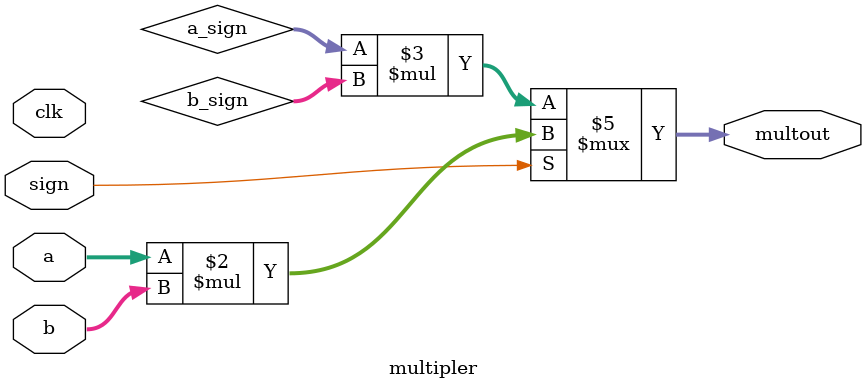
<source format=v>
`timescale 1ns / 1ps
module multipler(//for add&sub, there is no different in the circut, but multiple is
input [31:0] a,
input [31:0] b,
input clk,
input sign,
output reg [31:0]multout);

wire signed [31:0]a_sign,b_sign;
reg signed [31:0]multout_sign;

always@(*) begin
    if (sign) 
        multout = a*b;
    else begin
        multout_sign = a_sign*b_sign;
        multout = multout_sign;
    end
end

endmodule
</source>
